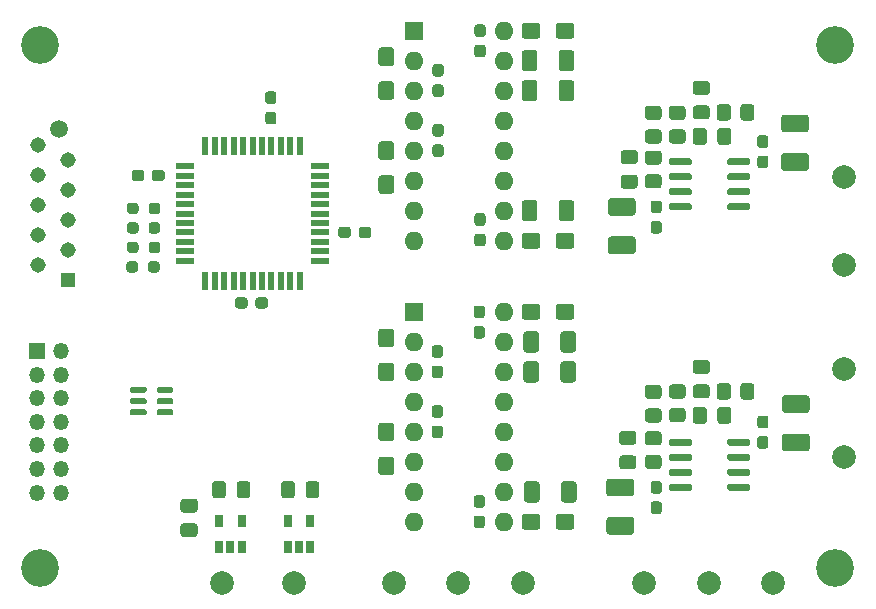
<source format=gbr>
G04 #@! TF.GenerationSoftware,KiCad,Pcbnew,(5.1.10-0-10_14)*
G04 #@! TF.CreationDate,2021-05-14T17:15:12+02:00*
G04 #@! TF.ProjectId,dac-i2s-nos,6461632d-6932-4732-9d6e-6f732e6b6963,rev?*
G04 #@! TF.SameCoordinates,Original*
G04 #@! TF.FileFunction,Soldermask,Top*
G04 #@! TF.FilePolarity,Negative*
%FSLAX46Y46*%
G04 Gerber Fmt 4.6, Leading zero omitted, Abs format (unit mm)*
G04 Created by KiCad (PCBNEW (5.1.10-0-10_14)) date 2021-05-14 17:15:12*
%MOMM*%
%LPD*%
G01*
G04 APERTURE LIST*
%ADD10R,1.308000X1.308000*%
%ADD11C,1.308000*%
%ADD12C,1.500000*%
%ADD13O,1.350000X1.350000*%
%ADD14R,1.350000X1.350000*%
%ADD15C,2.000000*%
%ADD16O,1.600000X1.600000*%
%ADD17R,1.600000X1.600000*%
%ADD18R,1.500000X0.550000*%
%ADD19R,0.550000X1.500000*%
%ADD20R,0.650000X1.060000*%
%ADD21C,3.200000*%
G04 APERTURE END LIST*
D10*
X115421000Y-85982000D03*
D11*
X112881000Y-84712000D03*
X115421000Y-83442000D03*
X112881000Y-82172000D03*
X115421000Y-80902000D03*
X112881000Y-79632000D03*
X115421000Y-78362000D03*
X112881000Y-77092000D03*
X115421000Y-75822000D03*
X112881000Y-74552000D03*
D12*
X114681000Y-73152000D03*
G36*
G01*
X146922500Y-92538500D02*
X146447500Y-92538500D01*
G75*
G02*
X146210000Y-92301000I0J237500D01*
G01*
X146210000Y-91701000D01*
G75*
G02*
X146447500Y-91463500I237500J0D01*
G01*
X146922500Y-91463500D01*
G75*
G02*
X147160000Y-91701000I0J-237500D01*
G01*
X147160000Y-92301000D01*
G75*
G02*
X146922500Y-92538500I-237500J0D01*
G01*
G37*
G36*
G01*
X146922500Y-94263500D02*
X146447500Y-94263500D01*
G75*
G02*
X146210000Y-94026000I0J237500D01*
G01*
X146210000Y-93426000D01*
G75*
G02*
X146447500Y-93188500I237500J0D01*
G01*
X146922500Y-93188500D01*
G75*
G02*
X147160000Y-93426000I0J-237500D01*
G01*
X147160000Y-94026000D01*
G75*
G02*
X146922500Y-94263500I-237500J0D01*
G01*
G37*
G36*
G01*
X150003500Y-89833500D02*
X150478500Y-89833500D01*
G75*
G02*
X150716000Y-90071000I0J-237500D01*
G01*
X150716000Y-90671000D01*
G75*
G02*
X150478500Y-90908500I-237500J0D01*
G01*
X150003500Y-90908500D01*
G75*
G02*
X149766000Y-90671000I0J237500D01*
G01*
X149766000Y-90071000D01*
G75*
G02*
X150003500Y-89833500I237500J0D01*
G01*
G37*
G36*
G01*
X150003500Y-88108500D02*
X150478500Y-88108500D01*
G75*
G02*
X150716000Y-88346000I0J-237500D01*
G01*
X150716000Y-88946000D01*
G75*
G02*
X150478500Y-89183500I-237500J0D01*
G01*
X150003500Y-89183500D01*
G75*
G02*
X149766000Y-88946000I0J237500D01*
G01*
X149766000Y-88346000D01*
G75*
G02*
X150003500Y-88108500I237500J0D01*
G01*
G37*
G36*
G01*
X150478500Y-105238500D02*
X150003500Y-105238500D01*
G75*
G02*
X149766000Y-105001000I0J237500D01*
G01*
X149766000Y-104401000D01*
G75*
G02*
X150003500Y-104163500I237500J0D01*
G01*
X150478500Y-104163500D01*
G75*
G02*
X150716000Y-104401000I0J-237500D01*
G01*
X150716000Y-105001000D01*
G75*
G02*
X150478500Y-105238500I-237500J0D01*
G01*
G37*
G36*
G01*
X150478500Y-106963500D02*
X150003500Y-106963500D01*
G75*
G02*
X149766000Y-106726000I0J237500D01*
G01*
X149766000Y-106126000D01*
G75*
G02*
X150003500Y-105888500I237500J0D01*
G01*
X150478500Y-105888500D01*
G75*
G02*
X150716000Y-106126000I0J-237500D01*
G01*
X150716000Y-106726000D01*
G75*
G02*
X150478500Y-106963500I-237500J0D01*
G01*
G37*
G36*
G01*
X146922500Y-97618500D02*
X146447500Y-97618500D01*
G75*
G02*
X146210000Y-97381000I0J237500D01*
G01*
X146210000Y-96781000D01*
G75*
G02*
X146447500Y-96543500I237500J0D01*
G01*
X146922500Y-96543500D01*
G75*
G02*
X147160000Y-96781000I0J-237500D01*
G01*
X147160000Y-97381000D01*
G75*
G02*
X146922500Y-97618500I-237500J0D01*
G01*
G37*
G36*
G01*
X146922500Y-99343500D02*
X146447500Y-99343500D01*
G75*
G02*
X146210000Y-99106000I0J237500D01*
G01*
X146210000Y-98506000D01*
G75*
G02*
X146447500Y-98268500I237500J0D01*
G01*
X146922500Y-98268500D01*
G75*
G02*
X147160000Y-98506000I0J-237500D01*
G01*
X147160000Y-99106000D01*
G75*
G02*
X146922500Y-99343500I-237500J0D01*
G01*
G37*
G36*
G01*
X146986000Y-73806000D02*
X146511000Y-73806000D01*
G75*
G02*
X146273500Y-73568500I0J237500D01*
G01*
X146273500Y-72968500D01*
G75*
G02*
X146511000Y-72731000I237500J0D01*
G01*
X146986000Y-72731000D01*
G75*
G02*
X147223500Y-72968500I0J-237500D01*
G01*
X147223500Y-73568500D01*
G75*
G02*
X146986000Y-73806000I-237500J0D01*
G01*
G37*
G36*
G01*
X146986000Y-75531000D02*
X146511000Y-75531000D01*
G75*
G02*
X146273500Y-75293500I0J237500D01*
G01*
X146273500Y-74693500D01*
G75*
G02*
X146511000Y-74456000I237500J0D01*
G01*
X146986000Y-74456000D01*
G75*
G02*
X147223500Y-74693500I0J-237500D01*
G01*
X147223500Y-75293500D01*
G75*
G02*
X146986000Y-75531000I-237500J0D01*
G01*
G37*
G36*
G01*
X146986000Y-68726000D02*
X146511000Y-68726000D01*
G75*
G02*
X146273500Y-68488500I0J237500D01*
G01*
X146273500Y-67888500D01*
G75*
G02*
X146511000Y-67651000I237500J0D01*
G01*
X146986000Y-67651000D01*
G75*
G02*
X147223500Y-67888500I0J-237500D01*
G01*
X147223500Y-68488500D01*
G75*
G02*
X146986000Y-68726000I-237500J0D01*
G01*
G37*
G36*
G01*
X146986000Y-70451000D02*
X146511000Y-70451000D01*
G75*
G02*
X146273500Y-70213500I0J237500D01*
G01*
X146273500Y-69613500D01*
G75*
G02*
X146511000Y-69376000I237500J0D01*
G01*
X146986000Y-69376000D01*
G75*
G02*
X147223500Y-69613500I0J-237500D01*
G01*
X147223500Y-70213500D01*
G75*
G02*
X146986000Y-70451000I-237500J0D01*
G01*
G37*
G36*
G01*
X150067000Y-66021000D02*
X150542000Y-66021000D01*
G75*
G02*
X150779500Y-66258500I0J-237500D01*
G01*
X150779500Y-66858500D01*
G75*
G02*
X150542000Y-67096000I-237500J0D01*
G01*
X150067000Y-67096000D01*
G75*
G02*
X149829500Y-66858500I0J237500D01*
G01*
X149829500Y-66258500D01*
G75*
G02*
X150067000Y-66021000I237500J0D01*
G01*
G37*
G36*
G01*
X150067000Y-64296000D02*
X150542000Y-64296000D01*
G75*
G02*
X150779500Y-64533500I0J-237500D01*
G01*
X150779500Y-65133500D01*
G75*
G02*
X150542000Y-65371000I-237500J0D01*
G01*
X150067000Y-65371000D01*
G75*
G02*
X149829500Y-65133500I0J237500D01*
G01*
X149829500Y-64533500D01*
G75*
G02*
X150067000Y-64296000I237500J0D01*
G01*
G37*
G36*
G01*
X150542000Y-81362500D02*
X150067000Y-81362500D01*
G75*
G02*
X149829500Y-81125000I0J237500D01*
G01*
X149829500Y-80525000D01*
G75*
G02*
X150067000Y-80287500I237500J0D01*
G01*
X150542000Y-80287500D01*
G75*
G02*
X150779500Y-80525000I0J-237500D01*
G01*
X150779500Y-81125000D01*
G75*
G02*
X150542000Y-81362500I-237500J0D01*
G01*
G37*
G36*
G01*
X150542000Y-83087500D02*
X150067000Y-83087500D01*
G75*
G02*
X149829500Y-82850000I0J237500D01*
G01*
X149829500Y-82250000D01*
G75*
G02*
X150067000Y-82012500I237500J0D01*
G01*
X150542000Y-82012500D01*
G75*
G02*
X150779500Y-82250000I0J-237500D01*
G01*
X150779500Y-82850000D01*
G75*
G02*
X150542000Y-83087500I-237500J0D01*
G01*
G37*
G36*
G01*
X171235500Y-76096000D02*
X171235500Y-75796000D01*
G75*
G02*
X171385500Y-75646000I150000J0D01*
G01*
X173035500Y-75646000D01*
G75*
G02*
X173185500Y-75796000I0J-150000D01*
G01*
X173185500Y-76096000D01*
G75*
G02*
X173035500Y-76246000I-150000J0D01*
G01*
X171385500Y-76246000D01*
G75*
G02*
X171235500Y-76096000I0J150000D01*
G01*
G37*
G36*
G01*
X171235500Y-77366000D02*
X171235500Y-77066000D01*
G75*
G02*
X171385500Y-76916000I150000J0D01*
G01*
X173035500Y-76916000D01*
G75*
G02*
X173185500Y-77066000I0J-150000D01*
G01*
X173185500Y-77366000D01*
G75*
G02*
X173035500Y-77516000I-150000J0D01*
G01*
X171385500Y-77516000D01*
G75*
G02*
X171235500Y-77366000I0J150000D01*
G01*
G37*
G36*
G01*
X171235500Y-78636000D02*
X171235500Y-78336000D01*
G75*
G02*
X171385500Y-78186000I150000J0D01*
G01*
X173035500Y-78186000D01*
G75*
G02*
X173185500Y-78336000I0J-150000D01*
G01*
X173185500Y-78636000D01*
G75*
G02*
X173035500Y-78786000I-150000J0D01*
G01*
X171385500Y-78786000D01*
G75*
G02*
X171235500Y-78636000I0J150000D01*
G01*
G37*
G36*
G01*
X171235500Y-79906000D02*
X171235500Y-79606000D01*
G75*
G02*
X171385500Y-79456000I150000J0D01*
G01*
X173035500Y-79456000D01*
G75*
G02*
X173185500Y-79606000I0J-150000D01*
G01*
X173185500Y-79906000D01*
G75*
G02*
X173035500Y-80056000I-150000J0D01*
G01*
X171385500Y-80056000D01*
G75*
G02*
X171235500Y-79906000I0J150000D01*
G01*
G37*
G36*
G01*
X166285500Y-79906000D02*
X166285500Y-79606000D01*
G75*
G02*
X166435500Y-79456000I150000J0D01*
G01*
X168085500Y-79456000D01*
G75*
G02*
X168235500Y-79606000I0J-150000D01*
G01*
X168235500Y-79906000D01*
G75*
G02*
X168085500Y-80056000I-150000J0D01*
G01*
X166435500Y-80056000D01*
G75*
G02*
X166285500Y-79906000I0J150000D01*
G01*
G37*
G36*
G01*
X166285500Y-78636000D02*
X166285500Y-78336000D01*
G75*
G02*
X166435500Y-78186000I150000J0D01*
G01*
X168085500Y-78186000D01*
G75*
G02*
X168235500Y-78336000I0J-150000D01*
G01*
X168235500Y-78636000D01*
G75*
G02*
X168085500Y-78786000I-150000J0D01*
G01*
X166435500Y-78786000D01*
G75*
G02*
X166285500Y-78636000I0J150000D01*
G01*
G37*
G36*
G01*
X166285500Y-77366000D02*
X166285500Y-77066000D01*
G75*
G02*
X166435500Y-76916000I150000J0D01*
G01*
X168085500Y-76916000D01*
G75*
G02*
X168235500Y-77066000I0J-150000D01*
G01*
X168235500Y-77366000D01*
G75*
G02*
X168085500Y-77516000I-150000J0D01*
G01*
X166435500Y-77516000D01*
G75*
G02*
X166285500Y-77366000I0J150000D01*
G01*
G37*
G36*
G01*
X166285500Y-76096000D02*
X166285500Y-75796000D01*
G75*
G02*
X166435500Y-75646000I150000J0D01*
G01*
X168085500Y-75646000D01*
G75*
G02*
X168235500Y-75796000I0J-150000D01*
G01*
X168235500Y-76096000D01*
G75*
G02*
X168085500Y-76246000I-150000J0D01*
G01*
X166435500Y-76246000D01*
G75*
G02*
X166285500Y-76096000I0J150000D01*
G01*
G37*
G36*
G01*
X171542000Y-71304999D02*
X171542000Y-72205001D01*
G75*
G02*
X171292001Y-72455000I-249999J0D01*
G01*
X170591999Y-72455000D01*
G75*
G02*
X170342000Y-72205001I0J249999D01*
G01*
X170342000Y-71304999D01*
G75*
G02*
X170591999Y-71055000I249999J0D01*
G01*
X171292001Y-71055000D01*
G75*
G02*
X171542000Y-71304999I0J-249999D01*
G01*
G37*
G36*
G01*
X173542000Y-71304999D02*
X173542000Y-72205001D01*
G75*
G02*
X173292001Y-72455000I-249999J0D01*
G01*
X172591999Y-72455000D01*
G75*
G02*
X172342000Y-72205001I0J249999D01*
G01*
X172342000Y-71304999D01*
G75*
G02*
X172591999Y-71055000I249999J0D01*
G01*
X173292001Y-71055000D01*
G75*
G02*
X173542000Y-71304999I0J-249999D01*
G01*
G37*
G36*
G01*
X166554999Y-73187000D02*
X167455001Y-73187000D01*
G75*
G02*
X167705000Y-73436999I0J-249999D01*
G01*
X167705000Y-74137001D01*
G75*
G02*
X167455001Y-74387000I-249999J0D01*
G01*
X166554999Y-74387000D01*
G75*
G02*
X166305000Y-74137001I0J249999D01*
G01*
X166305000Y-73436999D01*
G75*
G02*
X166554999Y-73187000I249999J0D01*
G01*
G37*
G36*
G01*
X166554999Y-71187000D02*
X167455001Y-71187000D01*
G75*
G02*
X167705000Y-71436999I0J-249999D01*
G01*
X167705000Y-72137001D01*
G75*
G02*
X167455001Y-72387000I-249999J0D01*
G01*
X166554999Y-72387000D01*
G75*
G02*
X166305000Y-72137001I0J249999D01*
G01*
X166305000Y-71436999D01*
G75*
G02*
X166554999Y-71187000I249999J0D01*
G01*
G37*
G36*
G01*
X164522999Y-73187000D02*
X165423001Y-73187000D01*
G75*
G02*
X165673000Y-73436999I0J-249999D01*
G01*
X165673000Y-74137001D01*
G75*
G02*
X165423001Y-74387000I-249999J0D01*
G01*
X164522999Y-74387000D01*
G75*
G02*
X164273000Y-74137001I0J249999D01*
G01*
X164273000Y-73436999D01*
G75*
G02*
X164522999Y-73187000I249999J0D01*
G01*
G37*
G36*
G01*
X164522999Y-71187000D02*
X165423001Y-71187000D01*
G75*
G02*
X165673000Y-71436999I0J-249999D01*
G01*
X165673000Y-72137001D01*
G75*
G02*
X165423001Y-72387000I-249999J0D01*
G01*
X164522999Y-72387000D01*
G75*
G02*
X164273000Y-72137001I0J249999D01*
G01*
X164273000Y-71436999D01*
G75*
G02*
X164522999Y-71187000I249999J0D01*
G01*
G37*
G36*
G01*
X164522999Y-76981000D02*
X165423001Y-76981000D01*
G75*
G02*
X165673000Y-77230999I0J-249999D01*
G01*
X165673000Y-77931001D01*
G75*
G02*
X165423001Y-78181000I-249999J0D01*
G01*
X164522999Y-78181000D01*
G75*
G02*
X164273000Y-77931001I0J249999D01*
G01*
X164273000Y-77230999D01*
G75*
G02*
X164522999Y-76981000I249999J0D01*
G01*
G37*
G36*
G01*
X164522999Y-74981000D02*
X165423001Y-74981000D01*
G75*
G02*
X165673000Y-75230999I0J-249999D01*
G01*
X165673000Y-75931001D01*
G75*
G02*
X165423001Y-76181000I-249999J0D01*
G01*
X164522999Y-76181000D01*
G75*
G02*
X164273000Y-75931001I0J249999D01*
G01*
X164273000Y-75230999D01*
G75*
G02*
X164522999Y-74981000I249999J0D01*
G01*
G37*
G36*
G01*
X170397500Y-74262000D02*
X170397500Y-73312000D01*
G75*
G02*
X170647500Y-73062000I250000J0D01*
G01*
X171322500Y-73062000D01*
G75*
G02*
X171572500Y-73312000I0J-250000D01*
G01*
X171572500Y-74262000D01*
G75*
G02*
X171322500Y-74512000I-250000J0D01*
G01*
X170647500Y-74512000D01*
G75*
G02*
X170397500Y-74262000I0J250000D01*
G01*
G37*
G36*
G01*
X168322500Y-74262000D02*
X168322500Y-73312000D01*
G75*
G02*
X168572500Y-73062000I250000J0D01*
G01*
X169247500Y-73062000D01*
G75*
G02*
X169497500Y-73312000I0J-250000D01*
G01*
X169497500Y-74262000D01*
G75*
G02*
X169247500Y-74512000I-250000J0D01*
G01*
X168572500Y-74512000D01*
G75*
G02*
X168322500Y-74262000I0J250000D01*
G01*
G37*
G36*
G01*
X169512000Y-70267500D02*
X168562000Y-70267500D01*
G75*
G02*
X168312000Y-70017500I0J250000D01*
G01*
X168312000Y-69342500D01*
G75*
G02*
X168562000Y-69092500I250000J0D01*
G01*
X169512000Y-69092500D01*
G75*
G02*
X169762000Y-69342500I0J-250000D01*
G01*
X169762000Y-70017500D01*
G75*
G02*
X169512000Y-70267500I-250000J0D01*
G01*
G37*
G36*
G01*
X169512000Y-72342500D02*
X168562000Y-72342500D01*
G75*
G02*
X168312000Y-72092500I0J250000D01*
G01*
X168312000Y-71417500D01*
G75*
G02*
X168562000Y-71167500I250000J0D01*
G01*
X169512000Y-71167500D01*
G75*
G02*
X169762000Y-71417500I0J-250000D01*
G01*
X169762000Y-72092500D01*
G75*
G02*
X169512000Y-72342500I-250000J0D01*
G01*
G37*
G36*
G01*
X163416000Y-76131000D02*
X162466000Y-76131000D01*
G75*
G02*
X162216000Y-75881000I0J250000D01*
G01*
X162216000Y-75206000D01*
G75*
G02*
X162466000Y-74956000I250000J0D01*
G01*
X163416000Y-74956000D01*
G75*
G02*
X163666000Y-75206000I0J-250000D01*
G01*
X163666000Y-75881000D01*
G75*
G02*
X163416000Y-76131000I-250000J0D01*
G01*
G37*
G36*
G01*
X163416000Y-78206000D02*
X162466000Y-78206000D01*
G75*
G02*
X162216000Y-77956000I0J250000D01*
G01*
X162216000Y-77281000D01*
G75*
G02*
X162466000Y-77031000I250000J0D01*
G01*
X163416000Y-77031000D01*
G75*
G02*
X163666000Y-77281000I0J-250000D01*
G01*
X163666000Y-77956000D01*
G75*
G02*
X163416000Y-78206000I-250000J0D01*
G01*
G37*
G36*
G01*
X165464500Y-80293500D02*
X164989500Y-80293500D01*
G75*
G02*
X164752000Y-80056000I0J237500D01*
G01*
X164752000Y-79456000D01*
G75*
G02*
X164989500Y-79218500I237500J0D01*
G01*
X165464500Y-79218500D01*
G75*
G02*
X165702000Y-79456000I0J-237500D01*
G01*
X165702000Y-80056000D01*
G75*
G02*
X165464500Y-80293500I-237500J0D01*
G01*
G37*
G36*
G01*
X165464500Y-82018500D02*
X164989500Y-82018500D01*
G75*
G02*
X164752000Y-81781000I0J237500D01*
G01*
X164752000Y-81181000D01*
G75*
G02*
X164989500Y-80943500I237500J0D01*
G01*
X165464500Y-80943500D01*
G75*
G02*
X165702000Y-81181000I0J-237500D01*
G01*
X165702000Y-81781000D01*
G75*
G02*
X165464500Y-82018500I-237500J0D01*
G01*
G37*
G36*
G01*
X174481500Y-74758500D02*
X174006500Y-74758500D01*
G75*
G02*
X173769000Y-74521000I0J237500D01*
G01*
X173769000Y-73921000D01*
G75*
G02*
X174006500Y-73683500I237500J0D01*
G01*
X174481500Y-73683500D01*
G75*
G02*
X174719000Y-73921000I0J-237500D01*
G01*
X174719000Y-74521000D01*
G75*
G02*
X174481500Y-74758500I-237500J0D01*
G01*
G37*
G36*
G01*
X174481500Y-76483500D02*
X174006500Y-76483500D01*
G75*
G02*
X173769000Y-76246000I0J237500D01*
G01*
X173769000Y-75646000D01*
G75*
G02*
X174006500Y-75408500I237500J0D01*
G01*
X174481500Y-75408500D01*
G75*
G02*
X174719000Y-75646000I0J-237500D01*
G01*
X174719000Y-76246000D01*
G75*
G02*
X174481500Y-76483500I-237500J0D01*
G01*
G37*
G36*
G01*
X163231000Y-80506000D02*
X161381000Y-80506000D01*
G75*
G02*
X161131000Y-80256000I0J250000D01*
G01*
X161131000Y-79256000D01*
G75*
G02*
X161381000Y-79006000I250000J0D01*
G01*
X163231000Y-79006000D01*
G75*
G02*
X163481000Y-79256000I0J-250000D01*
G01*
X163481000Y-80256000D01*
G75*
G02*
X163231000Y-80506000I-250000J0D01*
G01*
G37*
G36*
G01*
X163231000Y-83756000D02*
X161381000Y-83756000D01*
G75*
G02*
X161131000Y-83506000I0J250000D01*
G01*
X161131000Y-82506000D01*
G75*
G02*
X161381000Y-82256000I250000J0D01*
G01*
X163231000Y-82256000D01*
G75*
G02*
X163481000Y-82506000I0J-250000D01*
G01*
X163481000Y-83506000D01*
G75*
G02*
X163231000Y-83756000I-250000J0D01*
G01*
G37*
G36*
G01*
X177899500Y-73446000D02*
X176049500Y-73446000D01*
G75*
G02*
X175799500Y-73196000I0J250000D01*
G01*
X175799500Y-72196000D01*
G75*
G02*
X176049500Y-71946000I250000J0D01*
G01*
X177899500Y-71946000D01*
G75*
G02*
X178149500Y-72196000I0J-250000D01*
G01*
X178149500Y-73196000D01*
G75*
G02*
X177899500Y-73446000I-250000J0D01*
G01*
G37*
G36*
G01*
X177899500Y-76696000D02*
X176049500Y-76696000D01*
G75*
G02*
X175799500Y-76446000I0J250000D01*
G01*
X175799500Y-75446000D01*
G75*
G02*
X176049500Y-75196000I250000J0D01*
G01*
X177899500Y-75196000D01*
G75*
G02*
X178149500Y-75446000I0J-250000D01*
G01*
X178149500Y-76446000D01*
G75*
G02*
X177899500Y-76696000I-250000J0D01*
G01*
G37*
G36*
G01*
X142792001Y-75781000D02*
X141941999Y-75781000D01*
G75*
G02*
X141692000Y-75531001I0J249999D01*
G01*
X141692000Y-74455999D01*
G75*
G02*
X141941999Y-74206000I249999J0D01*
G01*
X142792001Y-74206000D01*
G75*
G02*
X143042000Y-74455999I0J-249999D01*
G01*
X143042000Y-75531001D01*
G75*
G02*
X142792001Y-75781000I-249999J0D01*
G01*
G37*
G36*
G01*
X142792001Y-78656000D02*
X141941999Y-78656000D01*
G75*
G02*
X141692000Y-78406001I0J249999D01*
G01*
X141692000Y-77330999D01*
G75*
G02*
X141941999Y-77081000I249999J0D01*
G01*
X142792001Y-77081000D01*
G75*
G02*
X143042000Y-77330999I0J-249999D01*
G01*
X143042000Y-78406001D01*
G75*
G02*
X142792001Y-78656000I-249999J0D01*
G01*
G37*
G36*
G01*
X142792001Y-67826000D02*
X141941999Y-67826000D01*
G75*
G02*
X141692000Y-67576001I0J249999D01*
G01*
X141692000Y-66500999D01*
G75*
G02*
X141941999Y-66251000I249999J0D01*
G01*
X142792001Y-66251000D01*
G75*
G02*
X143042000Y-66500999I0J-249999D01*
G01*
X143042000Y-67576001D01*
G75*
G02*
X142792001Y-67826000I-249999J0D01*
G01*
G37*
G36*
G01*
X142792001Y-70701000D02*
X141941999Y-70701000D01*
G75*
G02*
X141692000Y-70451001I0J249999D01*
G01*
X141692000Y-69375999D01*
G75*
G02*
X141941999Y-69126000I249999J0D01*
G01*
X142792001Y-69126000D01*
G75*
G02*
X143042000Y-69375999I0J-249999D01*
G01*
X143042000Y-70451001D01*
G75*
G02*
X142792001Y-70701000I-249999J0D01*
G01*
G37*
G36*
G01*
X155410000Y-64408499D02*
X155410000Y-65258501D01*
G75*
G02*
X155160001Y-65508500I-249999J0D01*
G01*
X154084999Y-65508500D01*
G75*
G02*
X153835000Y-65258501I0J249999D01*
G01*
X153835000Y-64408499D01*
G75*
G02*
X154084999Y-64158500I249999J0D01*
G01*
X155160001Y-64158500D01*
G75*
G02*
X155410000Y-64408499I0J-249999D01*
G01*
G37*
G36*
G01*
X158285000Y-64408499D02*
X158285000Y-65258501D01*
G75*
G02*
X158035001Y-65508500I-249999J0D01*
G01*
X156959999Y-65508500D01*
G75*
G02*
X156710000Y-65258501I0J249999D01*
G01*
X156710000Y-64408499D01*
G75*
G02*
X156959999Y-64158500I249999J0D01*
G01*
X158035001Y-64158500D01*
G75*
G02*
X158285000Y-64408499I0J-249999D01*
G01*
G37*
G36*
G01*
X156710000Y-83038501D02*
X156710000Y-82188499D01*
G75*
G02*
X156959999Y-81938500I249999J0D01*
G01*
X158035001Y-81938500D01*
G75*
G02*
X158285000Y-82188499I0J-249999D01*
G01*
X158285000Y-83038501D01*
G75*
G02*
X158035001Y-83288500I-249999J0D01*
G01*
X156959999Y-83288500D01*
G75*
G02*
X156710000Y-83038501I0J249999D01*
G01*
G37*
G36*
G01*
X153835000Y-83038501D02*
X153835000Y-82188499D01*
G75*
G02*
X154084999Y-81938500I249999J0D01*
G01*
X155160001Y-81938500D01*
G75*
G02*
X155410000Y-82188499I0J-249999D01*
G01*
X155410000Y-83038501D01*
G75*
G02*
X155160001Y-83288500I-249999J0D01*
G01*
X154084999Y-83288500D01*
G75*
G02*
X153835000Y-83038501I0J249999D01*
G01*
G37*
G36*
G01*
X155410000Y-88220999D02*
X155410000Y-89071001D01*
G75*
G02*
X155160001Y-89321000I-249999J0D01*
G01*
X154084999Y-89321000D01*
G75*
G02*
X153835000Y-89071001I0J249999D01*
G01*
X153835000Y-88220999D01*
G75*
G02*
X154084999Y-87971000I249999J0D01*
G01*
X155160001Y-87971000D01*
G75*
G02*
X155410000Y-88220999I0J-249999D01*
G01*
G37*
G36*
G01*
X158285000Y-88220999D02*
X158285000Y-89071001D01*
G75*
G02*
X158035001Y-89321000I-249999J0D01*
G01*
X156959999Y-89321000D01*
G75*
G02*
X156710000Y-89071001I0J249999D01*
G01*
X156710000Y-88220999D01*
G75*
G02*
X156959999Y-87971000I249999J0D01*
G01*
X158035001Y-87971000D01*
G75*
G02*
X158285000Y-88220999I0J-249999D01*
G01*
G37*
G36*
G01*
X156710000Y-106851001D02*
X156710000Y-106000999D01*
G75*
G02*
X156959999Y-105751000I249999J0D01*
G01*
X158035001Y-105751000D01*
G75*
G02*
X158285000Y-106000999I0J-249999D01*
G01*
X158285000Y-106851001D01*
G75*
G02*
X158035001Y-107101000I-249999J0D01*
G01*
X156959999Y-107101000D01*
G75*
G02*
X156710000Y-106851001I0J249999D01*
G01*
G37*
G36*
G01*
X153835000Y-106851001D02*
X153835000Y-106000999D01*
G75*
G02*
X154084999Y-105751000I249999J0D01*
G01*
X155160001Y-105751000D01*
G75*
G02*
X155410000Y-106000999I0J-249999D01*
G01*
X155410000Y-106851001D01*
G75*
G02*
X155160001Y-107101000I-249999J0D01*
G01*
X154084999Y-107101000D01*
G75*
G02*
X153835000Y-106851001I0J249999D01*
G01*
G37*
G36*
G01*
X142792001Y-99593500D02*
X141941999Y-99593500D01*
G75*
G02*
X141692000Y-99343501I0J249999D01*
G01*
X141692000Y-98268499D01*
G75*
G02*
X141941999Y-98018500I249999J0D01*
G01*
X142792001Y-98018500D01*
G75*
G02*
X143042000Y-98268499I0J-249999D01*
G01*
X143042000Y-99343501D01*
G75*
G02*
X142792001Y-99593500I-249999J0D01*
G01*
G37*
G36*
G01*
X142792001Y-102468500D02*
X141941999Y-102468500D01*
G75*
G02*
X141692000Y-102218501I0J249999D01*
G01*
X141692000Y-101143499D01*
G75*
G02*
X141941999Y-100893500I249999J0D01*
G01*
X142792001Y-100893500D01*
G75*
G02*
X143042000Y-101143499I0J-249999D01*
G01*
X143042000Y-102218501D01*
G75*
G02*
X142792001Y-102468500I-249999J0D01*
G01*
G37*
G36*
G01*
X142792001Y-91638500D02*
X141941999Y-91638500D01*
G75*
G02*
X141692000Y-91388501I0J249999D01*
G01*
X141692000Y-90313499D01*
G75*
G02*
X141941999Y-90063500I249999J0D01*
G01*
X142792001Y-90063500D01*
G75*
G02*
X143042000Y-90313499I0J-249999D01*
G01*
X143042000Y-91388501D01*
G75*
G02*
X142792001Y-91638500I-249999J0D01*
G01*
G37*
G36*
G01*
X142792001Y-94513500D02*
X141941999Y-94513500D01*
G75*
G02*
X141692000Y-94263501I0J249999D01*
G01*
X141692000Y-93188499D01*
G75*
G02*
X141941999Y-92938500I249999J0D01*
G01*
X142792001Y-92938500D01*
G75*
G02*
X143042000Y-93188499I0J-249999D01*
G01*
X143042000Y-94263501D01*
G75*
G02*
X142792001Y-94513500I-249999J0D01*
G01*
G37*
G36*
G01*
X171237000Y-99845000D02*
X171237000Y-99545000D01*
G75*
G02*
X171387000Y-99395000I150000J0D01*
G01*
X173037000Y-99395000D01*
G75*
G02*
X173187000Y-99545000I0J-150000D01*
G01*
X173187000Y-99845000D01*
G75*
G02*
X173037000Y-99995000I-150000J0D01*
G01*
X171387000Y-99995000D01*
G75*
G02*
X171237000Y-99845000I0J150000D01*
G01*
G37*
G36*
G01*
X171237000Y-101115000D02*
X171237000Y-100815000D01*
G75*
G02*
X171387000Y-100665000I150000J0D01*
G01*
X173037000Y-100665000D01*
G75*
G02*
X173187000Y-100815000I0J-150000D01*
G01*
X173187000Y-101115000D01*
G75*
G02*
X173037000Y-101265000I-150000J0D01*
G01*
X171387000Y-101265000D01*
G75*
G02*
X171237000Y-101115000I0J150000D01*
G01*
G37*
G36*
G01*
X171237000Y-102385000D02*
X171237000Y-102085000D01*
G75*
G02*
X171387000Y-101935000I150000J0D01*
G01*
X173037000Y-101935000D01*
G75*
G02*
X173187000Y-102085000I0J-150000D01*
G01*
X173187000Y-102385000D01*
G75*
G02*
X173037000Y-102535000I-150000J0D01*
G01*
X171387000Y-102535000D01*
G75*
G02*
X171237000Y-102385000I0J150000D01*
G01*
G37*
G36*
G01*
X171237000Y-103655000D02*
X171237000Y-103355000D01*
G75*
G02*
X171387000Y-103205000I150000J0D01*
G01*
X173037000Y-103205000D01*
G75*
G02*
X173187000Y-103355000I0J-150000D01*
G01*
X173187000Y-103655000D01*
G75*
G02*
X173037000Y-103805000I-150000J0D01*
G01*
X171387000Y-103805000D01*
G75*
G02*
X171237000Y-103655000I0J150000D01*
G01*
G37*
G36*
G01*
X166287000Y-103655000D02*
X166287000Y-103355000D01*
G75*
G02*
X166437000Y-103205000I150000J0D01*
G01*
X168087000Y-103205000D01*
G75*
G02*
X168237000Y-103355000I0J-150000D01*
G01*
X168237000Y-103655000D01*
G75*
G02*
X168087000Y-103805000I-150000J0D01*
G01*
X166437000Y-103805000D01*
G75*
G02*
X166287000Y-103655000I0J150000D01*
G01*
G37*
G36*
G01*
X166287000Y-102385000D02*
X166287000Y-102085000D01*
G75*
G02*
X166437000Y-101935000I150000J0D01*
G01*
X168087000Y-101935000D01*
G75*
G02*
X168237000Y-102085000I0J-150000D01*
G01*
X168237000Y-102385000D01*
G75*
G02*
X168087000Y-102535000I-150000J0D01*
G01*
X166437000Y-102535000D01*
G75*
G02*
X166287000Y-102385000I0J150000D01*
G01*
G37*
G36*
G01*
X166287000Y-101115000D02*
X166287000Y-100815000D01*
G75*
G02*
X166437000Y-100665000I150000J0D01*
G01*
X168087000Y-100665000D01*
G75*
G02*
X168237000Y-100815000I0J-150000D01*
G01*
X168237000Y-101115000D01*
G75*
G02*
X168087000Y-101265000I-150000J0D01*
G01*
X166437000Y-101265000D01*
G75*
G02*
X166287000Y-101115000I0J150000D01*
G01*
G37*
G36*
G01*
X166287000Y-99845000D02*
X166287000Y-99545000D01*
G75*
G02*
X166437000Y-99395000I150000J0D01*
G01*
X168087000Y-99395000D01*
G75*
G02*
X168237000Y-99545000I0J-150000D01*
G01*
X168237000Y-99845000D01*
G75*
G02*
X168087000Y-99995000I-150000J0D01*
G01*
X166437000Y-99995000D01*
G75*
G02*
X166287000Y-99845000I0J150000D01*
G01*
G37*
G36*
G01*
X165464500Y-104042500D02*
X164989500Y-104042500D01*
G75*
G02*
X164752000Y-103805000I0J237500D01*
G01*
X164752000Y-103205000D01*
G75*
G02*
X164989500Y-102967500I237500J0D01*
G01*
X165464500Y-102967500D01*
G75*
G02*
X165702000Y-103205000I0J-237500D01*
G01*
X165702000Y-103805000D01*
G75*
G02*
X165464500Y-104042500I-237500J0D01*
G01*
G37*
G36*
G01*
X165464500Y-105767500D02*
X164989500Y-105767500D01*
G75*
G02*
X164752000Y-105530000I0J237500D01*
G01*
X164752000Y-104930000D01*
G75*
G02*
X164989500Y-104692500I237500J0D01*
G01*
X165464500Y-104692500D01*
G75*
G02*
X165702000Y-104930000I0J-237500D01*
G01*
X165702000Y-105530000D01*
G75*
G02*
X165464500Y-105767500I-237500J0D01*
G01*
G37*
G36*
G01*
X174481500Y-98507500D02*
X174006500Y-98507500D01*
G75*
G02*
X173769000Y-98270000I0J237500D01*
G01*
X173769000Y-97670000D01*
G75*
G02*
X174006500Y-97432500I237500J0D01*
G01*
X174481500Y-97432500D01*
G75*
G02*
X174719000Y-97670000I0J-237500D01*
G01*
X174719000Y-98270000D01*
G75*
G02*
X174481500Y-98507500I-237500J0D01*
G01*
G37*
G36*
G01*
X174481500Y-100232500D02*
X174006500Y-100232500D01*
G75*
G02*
X173769000Y-99995000I0J237500D01*
G01*
X173769000Y-99395000D01*
G75*
G02*
X174006500Y-99157500I237500J0D01*
G01*
X174481500Y-99157500D01*
G75*
G02*
X174719000Y-99395000I0J-237500D01*
G01*
X174719000Y-99995000D01*
G75*
G02*
X174481500Y-100232500I-237500J0D01*
G01*
G37*
G36*
G01*
X171542000Y-94926999D02*
X171542000Y-95827001D01*
G75*
G02*
X171292001Y-96077000I-249999J0D01*
G01*
X170591999Y-96077000D01*
G75*
G02*
X170342000Y-95827001I0J249999D01*
G01*
X170342000Y-94926999D01*
G75*
G02*
X170591999Y-94677000I249999J0D01*
G01*
X171292001Y-94677000D01*
G75*
G02*
X171542000Y-94926999I0J-249999D01*
G01*
G37*
G36*
G01*
X173542000Y-94926999D02*
X173542000Y-95827001D01*
G75*
G02*
X173292001Y-96077000I-249999J0D01*
G01*
X172591999Y-96077000D01*
G75*
G02*
X172342000Y-95827001I0J249999D01*
G01*
X172342000Y-94926999D01*
G75*
G02*
X172591999Y-94677000I249999J0D01*
G01*
X173292001Y-94677000D01*
G75*
G02*
X173542000Y-94926999I0J-249999D01*
G01*
G37*
G36*
G01*
X166554999Y-96777000D02*
X167455001Y-96777000D01*
G75*
G02*
X167705000Y-97026999I0J-249999D01*
G01*
X167705000Y-97727001D01*
G75*
G02*
X167455001Y-97977000I-249999J0D01*
G01*
X166554999Y-97977000D01*
G75*
G02*
X166305000Y-97727001I0J249999D01*
G01*
X166305000Y-97026999D01*
G75*
G02*
X166554999Y-96777000I249999J0D01*
G01*
G37*
G36*
G01*
X166554999Y-94777000D02*
X167455001Y-94777000D01*
G75*
G02*
X167705000Y-95026999I0J-249999D01*
G01*
X167705000Y-95727001D01*
G75*
G02*
X167455001Y-95977000I-249999J0D01*
G01*
X166554999Y-95977000D01*
G75*
G02*
X166305000Y-95727001I0J249999D01*
G01*
X166305000Y-95026999D01*
G75*
G02*
X166554999Y-94777000I249999J0D01*
G01*
G37*
G36*
G01*
X164522999Y-96809000D02*
X165423001Y-96809000D01*
G75*
G02*
X165673000Y-97058999I0J-249999D01*
G01*
X165673000Y-97759001D01*
G75*
G02*
X165423001Y-98009000I-249999J0D01*
G01*
X164522999Y-98009000D01*
G75*
G02*
X164273000Y-97759001I0J249999D01*
G01*
X164273000Y-97058999D01*
G75*
G02*
X164522999Y-96809000I249999J0D01*
G01*
G37*
G36*
G01*
X164522999Y-94809000D02*
X165423001Y-94809000D01*
G75*
G02*
X165673000Y-95058999I0J-249999D01*
G01*
X165673000Y-95759001D01*
G75*
G02*
X165423001Y-96009000I-249999J0D01*
G01*
X164522999Y-96009000D01*
G75*
G02*
X164273000Y-95759001I0J249999D01*
G01*
X164273000Y-95058999D01*
G75*
G02*
X164522999Y-94809000I249999J0D01*
G01*
G37*
G36*
G01*
X164522999Y-100746000D02*
X165423001Y-100746000D01*
G75*
G02*
X165673000Y-100995999I0J-249999D01*
G01*
X165673000Y-101696001D01*
G75*
G02*
X165423001Y-101946000I-249999J0D01*
G01*
X164522999Y-101946000D01*
G75*
G02*
X164273000Y-101696001I0J249999D01*
G01*
X164273000Y-100995999D01*
G75*
G02*
X164522999Y-100746000I249999J0D01*
G01*
G37*
G36*
G01*
X164522999Y-98746000D02*
X165423001Y-98746000D01*
G75*
G02*
X165673000Y-98995999I0J-249999D01*
G01*
X165673000Y-99696001D01*
G75*
G02*
X165423001Y-99946000I-249999J0D01*
G01*
X164522999Y-99946000D01*
G75*
G02*
X164273000Y-99696001I0J249999D01*
G01*
X164273000Y-98995999D01*
G75*
G02*
X164522999Y-98746000I249999J0D01*
G01*
G37*
G36*
G01*
X163104000Y-104255000D02*
X161254000Y-104255000D01*
G75*
G02*
X161004000Y-104005000I0J250000D01*
G01*
X161004000Y-103005000D01*
G75*
G02*
X161254000Y-102755000I250000J0D01*
G01*
X163104000Y-102755000D01*
G75*
G02*
X163354000Y-103005000I0J-250000D01*
G01*
X163354000Y-104005000D01*
G75*
G02*
X163104000Y-104255000I-250000J0D01*
G01*
G37*
G36*
G01*
X163104000Y-107505000D02*
X161254000Y-107505000D01*
G75*
G02*
X161004000Y-107255000I0J250000D01*
G01*
X161004000Y-106255000D01*
G75*
G02*
X161254000Y-106005000I250000J0D01*
G01*
X163104000Y-106005000D01*
G75*
G02*
X163354000Y-106255000I0J-250000D01*
G01*
X163354000Y-107255000D01*
G75*
G02*
X163104000Y-107505000I-250000J0D01*
G01*
G37*
G36*
G01*
X177963000Y-97195000D02*
X176113000Y-97195000D01*
G75*
G02*
X175863000Y-96945000I0J250000D01*
G01*
X175863000Y-95945000D01*
G75*
G02*
X176113000Y-95695000I250000J0D01*
G01*
X177963000Y-95695000D01*
G75*
G02*
X178213000Y-95945000I0J-250000D01*
G01*
X178213000Y-96945000D01*
G75*
G02*
X177963000Y-97195000I-250000J0D01*
G01*
G37*
G36*
G01*
X177963000Y-100445000D02*
X176113000Y-100445000D01*
G75*
G02*
X175863000Y-100195000I0J250000D01*
G01*
X175863000Y-99195000D01*
G75*
G02*
X176113000Y-98945000I250000J0D01*
G01*
X177963000Y-98945000D01*
G75*
G02*
X178213000Y-99195000I0J-250000D01*
G01*
X178213000Y-100195000D01*
G75*
G02*
X177963000Y-100445000I-250000J0D01*
G01*
G37*
G36*
G01*
X170397500Y-97884000D02*
X170397500Y-96934000D01*
G75*
G02*
X170647500Y-96684000I250000J0D01*
G01*
X171322500Y-96684000D01*
G75*
G02*
X171572500Y-96934000I0J-250000D01*
G01*
X171572500Y-97884000D01*
G75*
G02*
X171322500Y-98134000I-250000J0D01*
G01*
X170647500Y-98134000D01*
G75*
G02*
X170397500Y-97884000I0J250000D01*
G01*
G37*
G36*
G01*
X168322500Y-97884000D02*
X168322500Y-96934000D01*
G75*
G02*
X168572500Y-96684000I250000J0D01*
G01*
X169247500Y-96684000D01*
G75*
G02*
X169497500Y-96934000I0J-250000D01*
G01*
X169497500Y-97884000D01*
G75*
G02*
X169247500Y-98134000I-250000J0D01*
G01*
X168572500Y-98134000D01*
G75*
G02*
X168322500Y-97884000I0J250000D01*
G01*
G37*
G36*
G01*
X169512000Y-93889500D02*
X168562000Y-93889500D01*
G75*
G02*
X168312000Y-93639500I0J250000D01*
G01*
X168312000Y-92964500D01*
G75*
G02*
X168562000Y-92714500I250000J0D01*
G01*
X169512000Y-92714500D01*
G75*
G02*
X169762000Y-92964500I0J-250000D01*
G01*
X169762000Y-93639500D01*
G75*
G02*
X169512000Y-93889500I-250000J0D01*
G01*
G37*
G36*
G01*
X169512000Y-95964500D02*
X168562000Y-95964500D01*
G75*
G02*
X168312000Y-95714500I0J250000D01*
G01*
X168312000Y-95039500D01*
G75*
G02*
X168562000Y-94789500I250000J0D01*
G01*
X169512000Y-94789500D01*
G75*
G02*
X169762000Y-95039500I0J-250000D01*
G01*
X169762000Y-95714500D01*
G75*
G02*
X169512000Y-95964500I-250000J0D01*
G01*
G37*
G36*
G01*
X163289000Y-99901500D02*
X162339000Y-99901500D01*
G75*
G02*
X162089000Y-99651500I0J250000D01*
G01*
X162089000Y-98976500D01*
G75*
G02*
X162339000Y-98726500I250000J0D01*
G01*
X163289000Y-98726500D01*
G75*
G02*
X163539000Y-98976500I0J-250000D01*
G01*
X163539000Y-99651500D01*
G75*
G02*
X163289000Y-99901500I-250000J0D01*
G01*
G37*
G36*
G01*
X163289000Y-101976500D02*
X162339000Y-101976500D01*
G75*
G02*
X162089000Y-101726500I0J250000D01*
G01*
X162089000Y-101051500D01*
G75*
G02*
X162339000Y-100801500I250000J0D01*
G01*
X163289000Y-100801500D01*
G75*
G02*
X163539000Y-101051500I0J-250000D01*
G01*
X163539000Y-101726500D01*
G75*
G02*
X163289000Y-101976500I-250000J0D01*
G01*
G37*
G36*
G01*
X122922000Y-95377500D02*
X122922000Y-95127500D01*
G75*
G02*
X123047000Y-95002500I125000J0D01*
G01*
X124222000Y-95002500D01*
G75*
G02*
X124347000Y-95127500I0J-125000D01*
G01*
X124347000Y-95377500D01*
G75*
G02*
X124222000Y-95502500I-125000J0D01*
G01*
X123047000Y-95502500D01*
G75*
G02*
X122922000Y-95377500I0J125000D01*
G01*
G37*
G36*
G01*
X122922000Y-96327500D02*
X122922000Y-96077500D01*
G75*
G02*
X123047000Y-95952500I125000J0D01*
G01*
X124222000Y-95952500D01*
G75*
G02*
X124347000Y-96077500I0J-125000D01*
G01*
X124347000Y-96327500D01*
G75*
G02*
X124222000Y-96452500I-125000J0D01*
G01*
X123047000Y-96452500D01*
G75*
G02*
X122922000Y-96327500I0J125000D01*
G01*
G37*
G36*
G01*
X122922000Y-97277500D02*
X122922000Y-97027500D01*
G75*
G02*
X123047000Y-96902500I125000J0D01*
G01*
X124222000Y-96902500D01*
G75*
G02*
X124347000Y-97027500I0J-125000D01*
G01*
X124347000Y-97277500D01*
G75*
G02*
X124222000Y-97402500I-125000J0D01*
G01*
X123047000Y-97402500D01*
G75*
G02*
X122922000Y-97277500I0J125000D01*
G01*
G37*
G36*
G01*
X120647000Y-97277500D02*
X120647000Y-97027500D01*
G75*
G02*
X120772000Y-96902500I125000J0D01*
G01*
X121947000Y-96902500D01*
G75*
G02*
X122072000Y-97027500I0J-125000D01*
G01*
X122072000Y-97277500D01*
G75*
G02*
X121947000Y-97402500I-125000J0D01*
G01*
X120772000Y-97402500D01*
G75*
G02*
X120647000Y-97277500I0J125000D01*
G01*
G37*
G36*
G01*
X120647000Y-96327500D02*
X120647000Y-96077500D01*
G75*
G02*
X120772000Y-95952500I125000J0D01*
G01*
X121947000Y-95952500D01*
G75*
G02*
X122072000Y-96077500I0J-125000D01*
G01*
X122072000Y-96327500D01*
G75*
G02*
X121947000Y-96452500I-125000J0D01*
G01*
X120772000Y-96452500D01*
G75*
G02*
X120647000Y-96327500I0J125000D01*
G01*
G37*
G36*
G01*
X120647000Y-95377500D02*
X120647000Y-95127500D01*
G75*
G02*
X120772000Y-95002500I125000J0D01*
G01*
X121947000Y-95002500D01*
G75*
G02*
X122072000Y-95127500I0J-125000D01*
G01*
X122072000Y-95377500D01*
G75*
G02*
X121947000Y-95502500I-125000J0D01*
G01*
X120772000Y-95502500D01*
G75*
G02*
X120647000Y-95377500I0J125000D01*
G01*
G37*
D13*
X114808000Y-103948000D03*
X112808000Y-103948000D03*
X114808000Y-101948000D03*
X112808000Y-101948000D03*
X114808000Y-99948000D03*
X112808000Y-99948000D03*
X114808000Y-97948000D03*
X112808000Y-97948000D03*
X114808000Y-95948000D03*
X112808000Y-95948000D03*
X114808000Y-93948000D03*
X112808000Y-93948000D03*
X114808000Y-91948000D03*
D14*
X112808000Y-91948000D03*
D15*
X181102000Y-93472000D03*
X181102000Y-100965000D03*
D16*
X152294000Y-88646000D03*
X144674000Y-106426000D03*
X152294000Y-91186000D03*
X144674000Y-103886000D03*
X152294000Y-93726000D03*
X144674000Y-101346000D03*
X152294000Y-96266000D03*
X144674000Y-98806000D03*
X152294000Y-98806000D03*
X144674000Y-96266000D03*
X152294000Y-101346000D03*
X144674000Y-93726000D03*
X152294000Y-103886000D03*
X144674000Y-91186000D03*
X152294000Y-106426000D03*
D17*
X144674000Y-88646000D03*
G36*
G01*
X157110000Y-91836002D02*
X157110000Y-90535998D01*
G75*
G02*
X157359998Y-90286000I249998J0D01*
G01*
X158185002Y-90286000D01*
G75*
G02*
X158435000Y-90535998I0J-249998D01*
G01*
X158435000Y-91836002D01*
G75*
G02*
X158185002Y-92086000I-249998J0D01*
G01*
X157359998Y-92086000D01*
G75*
G02*
X157110000Y-91836002I0J249998D01*
G01*
G37*
G36*
G01*
X153985000Y-91836002D02*
X153985000Y-90535998D01*
G75*
G02*
X154234998Y-90286000I249998J0D01*
G01*
X155060002Y-90286000D01*
G75*
G02*
X155310000Y-90535998I0J-249998D01*
G01*
X155310000Y-91836002D01*
G75*
G02*
X155060002Y-92086000I-249998J0D01*
G01*
X154234998Y-92086000D01*
G75*
G02*
X153985000Y-91836002I0J249998D01*
G01*
G37*
G36*
G01*
X157110000Y-94376002D02*
X157110000Y-93075998D01*
G75*
G02*
X157359998Y-92826000I249998J0D01*
G01*
X158185002Y-92826000D01*
G75*
G02*
X158435000Y-93075998I0J-249998D01*
G01*
X158435000Y-94376002D01*
G75*
G02*
X158185002Y-94626000I-249998J0D01*
G01*
X157359998Y-94626000D01*
G75*
G02*
X157110000Y-94376002I0J249998D01*
G01*
G37*
G36*
G01*
X153985000Y-94376002D02*
X153985000Y-93075998D01*
G75*
G02*
X154234998Y-92826000I249998J0D01*
G01*
X155060002Y-92826000D01*
G75*
G02*
X155310000Y-93075998I0J-249998D01*
G01*
X155310000Y-94376002D01*
G75*
G02*
X155060002Y-94626000I-249998J0D01*
G01*
X154234998Y-94626000D01*
G75*
G02*
X153985000Y-94376002I0J249998D01*
G01*
G37*
G36*
G01*
X157148500Y-104536002D02*
X157148500Y-103235998D01*
G75*
G02*
X157398498Y-102986000I249998J0D01*
G01*
X158223502Y-102986000D01*
G75*
G02*
X158473500Y-103235998I0J-249998D01*
G01*
X158473500Y-104536002D01*
G75*
G02*
X158223502Y-104786000I-249998J0D01*
G01*
X157398498Y-104786000D01*
G75*
G02*
X157148500Y-104536002I0J249998D01*
G01*
G37*
G36*
G01*
X154023500Y-104536002D02*
X154023500Y-103235998D01*
G75*
G02*
X154273498Y-102986000I249998J0D01*
G01*
X155098502Y-102986000D01*
G75*
G02*
X155348500Y-103235998I0J-249998D01*
G01*
X155348500Y-104536002D01*
G75*
G02*
X155098502Y-104786000I-249998J0D01*
G01*
X154273498Y-104786000D01*
G75*
G02*
X154023500Y-104536002I0J249998D01*
G01*
G37*
D15*
X169672000Y-111569500D03*
X164211000Y-111569500D03*
X175133000Y-111569500D03*
X181102000Y-84709000D03*
X181102000Y-77216000D03*
X148463000Y-111569500D03*
X143002000Y-111569500D03*
X153924000Y-111569500D03*
G36*
G01*
X156958000Y-68023502D02*
X156958000Y-66723498D01*
G75*
G02*
X157207998Y-66473500I249998J0D01*
G01*
X158033002Y-66473500D01*
G75*
G02*
X158283000Y-66723498I0J-249998D01*
G01*
X158283000Y-68023502D01*
G75*
G02*
X158033002Y-68273500I-249998J0D01*
G01*
X157207998Y-68273500D01*
G75*
G02*
X156958000Y-68023502I0J249998D01*
G01*
G37*
G36*
G01*
X153833000Y-68023502D02*
X153833000Y-66723498D01*
G75*
G02*
X154082998Y-66473500I249998J0D01*
G01*
X154908002Y-66473500D01*
G75*
G02*
X155158000Y-66723498I0J-249998D01*
G01*
X155158000Y-68023502D01*
G75*
G02*
X154908002Y-68273500I-249998J0D01*
G01*
X154082998Y-68273500D01*
G75*
G02*
X153833000Y-68023502I0J249998D01*
G01*
G37*
G36*
G01*
X156958000Y-70563502D02*
X156958000Y-69263498D01*
G75*
G02*
X157207998Y-69013500I249998J0D01*
G01*
X158033002Y-69013500D01*
G75*
G02*
X158283000Y-69263498I0J-249998D01*
G01*
X158283000Y-70563502D01*
G75*
G02*
X158033002Y-70813500I-249998J0D01*
G01*
X157207998Y-70813500D01*
G75*
G02*
X156958000Y-70563502I0J249998D01*
G01*
G37*
G36*
G01*
X153833000Y-70563502D02*
X153833000Y-69263498D01*
G75*
G02*
X154082998Y-69013500I249998J0D01*
G01*
X154908002Y-69013500D01*
G75*
G02*
X155158000Y-69263498I0J-249998D01*
G01*
X155158000Y-70563502D01*
G75*
G02*
X154908002Y-70813500I-249998J0D01*
G01*
X154082998Y-70813500D01*
G75*
G02*
X153833000Y-70563502I0J249998D01*
G01*
G37*
G36*
G01*
X156958000Y-80723502D02*
X156958000Y-79423498D01*
G75*
G02*
X157207998Y-79173500I249998J0D01*
G01*
X158033002Y-79173500D01*
G75*
G02*
X158283000Y-79423498I0J-249998D01*
G01*
X158283000Y-80723502D01*
G75*
G02*
X158033002Y-80973500I-249998J0D01*
G01*
X157207998Y-80973500D01*
G75*
G02*
X156958000Y-80723502I0J249998D01*
G01*
G37*
G36*
G01*
X153833000Y-80723502D02*
X153833000Y-79423498D01*
G75*
G02*
X154082998Y-79173500I249998J0D01*
G01*
X154908002Y-79173500D01*
G75*
G02*
X155158000Y-79423498I0J-249998D01*
G01*
X155158000Y-80723502D01*
G75*
G02*
X154908002Y-80973500I-249998J0D01*
G01*
X154082998Y-80973500D01*
G75*
G02*
X153833000Y-80723502I0J249998D01*
G01*
G37*
G36*
G01*
X129694000Y-104170500D02*
X129694000Y-103220500D01*
G75*
G02*
X129944000Y-102970500I250000J0D01*
G01*
X130619000Y-102970500D01*
G75*
G02*
X130869000Y-103220500I0J-250000D01*
G01*
X130869000Y-104170500D01*
G75*
G02*
X130619000Y-104420500I-250000J0D01*
G01*
X129944000Y-104420500D01*
G75*
G02*
X129694000Y-104170500I0J250000D01*
G01*
G37*
G36*
G01*
X127619000Y-104170500D02*
X127619000Y-103220500D01*
G75*
G02*
X127869000Y-102970500I250000J0D01*
G01*
X128544000Y-102970500D01*
G75*
G02*
X128794000Y-103220500I0J-250000D01*
G01*
X128794000Y-104170500D01*
G75*
G02*
X128544000Y-104420500I-250000J0D01*
G01*
X127869000Y-104420500D01*
G75*
G02*
X127619000Y-104170500I0J250000D01*
G01*
G37*
G36*
G01*
X135536000Y-104170500D02*
X135536000Y-103220500D01*
G75*
G02*
X135786000Y-102970500I250000J0D01*
G01*
X136461000Y-102970500D01*
G75*
G02*
X136711000Y-103220500I0J-250000D01*
G01*
X136711000Y-104170500D01*
G75*
G02*
X136461000Y-104420500I-250000J0D01*
G01*
X135786000Y-104420500D01*
G75*
G02*
X135536000Y-104170500I0J250000D01*
G01*
G37*
G36*
G01*
X133461000Y-104170500D02*
X133461000Y-103220500D01*
G75*
G02*
X133711000Y-102970500I250000J0D01*
G01*
X134386000Y-102970500D01*
G75*
G02*
X134636000Y-103220500I0J-250000D01*
G01*
X134636000Y-104170500D01*
G75*
G02*
X134386000Y-104420500I-250000J0D01*
G01*
X133711000Y-104420500D01*
G75*
G02*
X133461000Y-104170500I0J250000D01*
G01*
G37*
G36*
G01*
X126141500Y-105637000D02*
X125191500Y-105637000D01*
G75*
G02*
X124941500Y-105387000I0J250000D01*
G01*
X124941500Y-104712000D01*
G75*
G02*
X125191500Y-104462000I250000J0D01*
G01*
X126141500Y-104462000D01*
G75*
G02*
X126391500Y-104712000I0J-250000D01*
G01*
X126391500Y-105387000D01*
G75*
G02*
X126141500Y-105637000I-250000J0D01*
G01*
G37*
G36*
G01*
X126141500Y-107712000D02*
X125191500Y-107712000D01*
G75*
G02*
X124941500Y-107462000I0J250000D01*
G01*
X124941500Y-106787000D01*
G75*
G02*
X125191500Y-106537000I250000J0D01*
G01*
X126141500Y-106537000D01*
G75*
G02*
X126391500Y-106787000I0J-250000D01*
G01*
X126391500Y-107462000D01*
G75*
G02*
X126141500Y-107712000I-250000J0D01*
G01*
G37*
D16*
X152318501Y-64821001D03*
X144698501Y-82601001D03*
X152318501Y-67361001D03*
X144698501Y-80061001D03*
X152318501Y-69901001D03*
X144698501Y-77521001D03*
X152318501Y-72441001D03*
X144698501Y-74981001D03*
X152318501Y-74981001D03*
X144698501Y-72441001D03*
X152318501Y-77521001D03*
X144698501Y-69901001D03*
X152318501Y-80061001D03*
X144698501Y-67361001D03*
X152318501Y-82601001D03*
D17*
X144698501Y-64821001D03*
G36*
G01*
X132350500Y-71699000D02*
X132825500Y-71699000D01*
G75*
G02*
X133063000Y-71936500I0J-237500D01*
G01*
X133063000Y-72536500D01*
G75*
G02*
X132825500Y-72774000I-237500J0D01*
G01*
X132350500Y-72774000D01*
G75*
G02*
X132113000Y-72536500I0J237500D01*
G01*
X132113000Y-71936500D01*
G75*
G02*
X132350500Y-71699000I237500J0D01*
G01*
G37*
G36*
G01*
X132350500Y-69974000D02*
X132825500Y-69974000D01*
G75*
G02*
X133063000Y-70211500I0J-237500D01*
G01*
X133063000Y-70811500D01*
G75*
G02*
X132825500Y-71049000I-237500J0D01*
G01*
X132350500Y-71049000D01*
G75*
G02*
X132113000Y-70811500I0J237500D01*
G01*
X132113000Y-70211500D01*
G75*
G02*
X132350500Y-69974000I237500J0D01*
G01*
G37*
G36*
G01*
X139375000Y-81677500D02*
X139375000Y-82152500D01*
G75*
G02*
X139137500Y-82390000I-237500J0D01*
G01*
X138537500Y-82390000D01*
G75*
G02*
X138300000Y-82152500I0J237500D01*
G01*
X138300000Y-81677500D01*
G75*
G02*
X138537500Y-81440000I237500J0D01*
G01*
X139137500Y-81440000D01*
G75*
G02*
X139375000Y-81677500I0J-237500D01*
G01*
G37*
G36*
G01*
X141100000Y-81677500D02*
X141100000Y-82152500D01*
G75*
G02*
X140862500Y-82390000I-237500J0D01*
G01*
X140262500Y-82390000D01*
G75*
G02*
X140025000Y-82152500I0J237500D01*
G01*
X140025000Y-81677500D01*
G75*
G02*
X140262500Y-81440000I237500J0D01*
G01*
X140862500Y-81440000D01*
G75*
G02*
X141100000Y-81677500I0J-237500D01*
G01*
G37*
G36*
G01*
X122525500Y-77326500D02*
X122525500Y-76851500D01*
G75*
G02*
X122763000Y-76614000I237500J0D01*
G01*
X123363000Y-76614000D01*
G75*
G02*
X123600500Y-76851500I0J-237500D01*
G01*
X123600500Y-77326500D01*
G75*
G02*
X123363000Y-77564000I-237500J0D01*
G01*
X122763000Y-77564000D01*
G75*
G02*
X122525500Y-77326500I0J237500D01*
G01*
G37*
G36*
G01*
X120800500Y-77326500D02*
X120800500Y-76851500D01*
G75*
G02*
X121038000Y-76614000I237500J0D01*
G01*
X121638000Y-76614000D01*
G75*
G02*
X121875500Y-76851500I0J-237500D01*
G01*
X121875500Y-77326500D01*
G75*
G02*
X121638000Y-77564000I-237500J0D01*
G01*
X121038000Y-77564000D01*
G75*
G02*
X120800500Y-77326500I0J237500D01*
G01*
G37*
D18*
X125349000Y-84315000D03*
X125349000Y-83515000D03*
X125349000Y-82715000D03*
X125349000Y-81915000D03*
X125349000Y-81115000D03*
X125349000Y-80315000D03*
X125349000Y-79515000D03*
X125349000Y-78715000D03*
X125349000Y-77915000D03*
X125349000Y-77115000D03*
X125349000Y-76315000D03*
D19*
X127049000Y-74615000D03*
X127849000Y-74615000D03*
X128649000Y-74615000D03*
X129449000Y-74615000D03*
X130249000Y-74615000D03*
X131049000Y-74615000D03*
X131849000Y-74615000D03*
X132649000Y-74615000D03*
X133449000Y-74615000D03*
X134249000Y-74615000D03*
X135049000Y-74615000D03*
D18*
X136749000Y-76315000D03*
X136749000Y-77115000D03*
X136749000Y-77915000D03*
X136749000Y-78715000D03*
X136749000Y-79515000D03*
X136749000Y-80315000D03*
X136749000Y-81115000D03*
X136749000Y-81915000D03*
X136749000Y-82715000D03*
X136749000Y-83515000D03*
X136749000Y-84315000D03*
D19*
X135049000Y-86015000D03*
X134249000Y-86015000D03*
X133449000Y-86015000D03*
X132649000Y-86015000D03*
X131849000Y-86015000D03*
X131049000Y-86015000D03*
X130249000Y-86015000D03*
X129449000Y-86015000D03*
X128649000Y-86015000D03*
X127849000Y-86015000D03*
X127049000Y-86015000D03*
D20*
X128211500Y-106321500D03*
X130111500Y-106321500D03*
X130111500Y-108521500D03*
X129161500Y-108521500D03*
X128211500Y-108521500D03*
X134048500Y-106321500D03*
X135948500Y-106321500D03*
X135948500Y-108521500D03*
X134998500Y-108521500D03*
X134048500Y-108521500D03*
G36*
G01*
X131288500Y-88121500D02*
X131288500Y-87646500D01*
G75*
G02*
X131526000Y-87409000I237500J0D01*
G01*
X132126000Y-87409000D01*
G75*
G02*
X132363500Y-87646500I0J-237500D01*
G01*
X132363500Y-88121500D01*
G75*
G02*
X132126000Y-88359000I-237500J0D01*
G01*
X131526000Y-88359000D01*
G75*
G02*
X131288500Y-88121500I0J237500D01*
G01*
G37*
G36*
G01*
X129563500Y-88121500D02*
X129563500Y-87646500D01*
G75*
G02*
X129801000Y-87409000I237500J0D01*
G01*
X130401000Y-87409000D01*
G75*
G02*
X130638500Y-87646500I0J-237500D01*
G01*
X130638500Y-88121500D01*
G75*
G02*
X130401000Y-88359000I-237500J0D01*
G01*
X129801000Y-88359000D01*
G75*
G02*
X129563500Y-88121500I0J237500D01*
G01*
G37*
G36*
G01*
X122241500Y-80120500D02*
X122241500Y-79645500D01*
G75*
G02*
X122479000Y-79408000I237500J0D01*
G01*
X122979000Y-79408000D01*
G75*
G02*
X123216500Y-79645500I0J-237500D01*
G01*
X123216500Y-80120500D01*
G75*
G02*
X122979000Y-80358000I-237500J0D01*
G01*
X122479000Y-80358000D01*
G75*
G02*
X122241500Y-80120500I0J237500D01*
G01*
G37*
G36*
G01*
X120416500Y-80120500D02*
X120416500Y-79645500D01*
G75*
G02*
X120654000Y-79408000I237500J0D01*
G01*
X121154000Y-79408000D01*
G75*
G02*
X121391500Y-79645500I0J-237500D01*
G01*
X121391500Y-80120500D01*
G75*
G02*
X121154000Y-80358000I-237500J0D01*
G01*
X120654000Y-80358000D01*
G75*
G02*
X120416500Y-80120500I0J237500D01*
G01*
G37*
G36*
G01*
X122241500Y-81771500D02*
X122241500Y-81296500D01*
G75*
G02*
X122479000Y-81059000I237500J0D01*
G01*
X122979000Y-81059000D01*
G75*
G02*
X123216500Y-81296500I0J-237500D01*
G01*
X123216500Y-81771500D01*
G75*
G02*
X122979000Y-82009000I-237500J0D01*
G01*
X122479000Y-82009000D01*
G75*
G02*
X122241500Y-81771500I0J237500D01*
G01*
G37*
G36*
G01*
X120416500Y-81771500D02*
X120416500Y-81296500D01*
G75*
G02*
X120654000Y-81059000I237500J0D01*
G01*
X121154000Y-81059000D01*
G75*
G02*
X121391500Y-81296500I0J-237500D01*
G01*
X121391500Y-81771500D01*
G75*
G02*
X121154000Y-82009000I-237500J0D01*
G01*
X120654000Y-82009000D01*
G75*
G02*
X120416500Y-81771500I0J237500D01*
G01*
G37*
G36*
G01*
X122241500Y-83422500D02*
X122241500Y-82947500D01*
G75*
G02*
X122479000Y-82710000I237500J0D01*
G01*
X122979000Y-82710000D01*
G75*
G02*
X123216500Y-82947500I0J-237500D01*
G01*
X123216500Y-83422500D01*
G75*
G02*
X122979000Y-83660000I-237500J0D01*
G01*
X122479000Y-83660000D01*
G75*
G02*
X122241500Y-83422500I0J237500D01*
G01*
G37*
G36*
G01*
X120416500Y-83422500D02*
X120416500Y-82947500D01*
G75*
G02*
X120654000Y-82710000I237500J0D01*
G01*
X121154000Y-82710000D01*
G75*
G02*
X121391500Y-82947500I0J-237500D01*
G01*
X121391500Y-83422500D01*
G75*
G02*
X121154000Y-83660000I-237500J0D01*
G01*
X120654000Y-83660000D01*
G75*
G02*
X120416500Y-83422500I0J237500D01*
G01*
G37*
G36*
G01*
X122194500Y-85073500D02*
X122194500Y-84598500D01*
G75*
G02*
X122432000Y-84361000I237500J0D01*
G01*
X122932000Y-84361000D01*
G75*
G02*
X123169500Y-84598500I0J-237500D01*
G01*
X123169500Y-85073500D01*
G75*
G02*
X122932000Y-85311000I-237500J0D01*
G01*
X122432000Y-85311000D01*
G75*
G02*
X122194500Y-85073500I0J237500D01*
G01*
G37*
G36*
G01*
X120369500Y-85073500D02*
X120369500Y-84598500D01*
G75*
G02*
X120607000Y-84361000I237500J0D01*
G01*
X121107000Y-84361000D01*
G75*
G02*
X121344500Y-84598500I0J-237500D01*
G01*
X121344500Y-85073500D01*
G75*
G02*
X121107000Y-85311000I-237500J0D01*
G01*
X120607000Y-85311000D01*
G75*
G02*
X120369500Y-85073500I0J237500D01*
G01*
G37*
D15*
X134556500Y-111569500D03*
X128460500Y-111569500D03*
D21*
X113030000Y-110363000D03*
X180340000Y-110363000D03*
X180340000Y-66040000D03*
X113030000Y-66040000D03*
M02*

</source>
